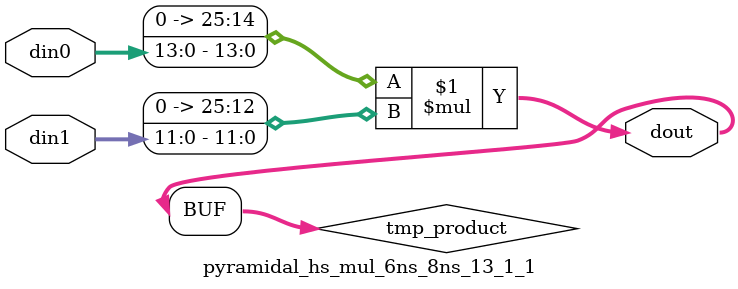
<source format=v>

`timescale 1 ns / 1 ps

 (* DowngradeIPIdentifiedWarnings="yes" *) module pyramidal_hs_mul_6ns_8ns_13_1_1(din0, din1, dout);
parameter ID = 1;
parameter NUM_STAGE = 0;
parameter din0_WIDTH = 14;
parameter din1_WIDTH = 12;
parameter dout_WIDTH = 26;

input [din0_WIDTH - 1 : 0] din0; 
input [din1_WIDTH - 1 : 0] din1; 
output [dout_WIDTH - 1 : 0] dout;

wire signed [dout_WIDTH - 1 : 0] tmp_product;
























assign tmp_product = $signed({1'b0, din0}) * $signed({1'b0, din1});











assign dout = tmp_product;





















endmodule

</source>
